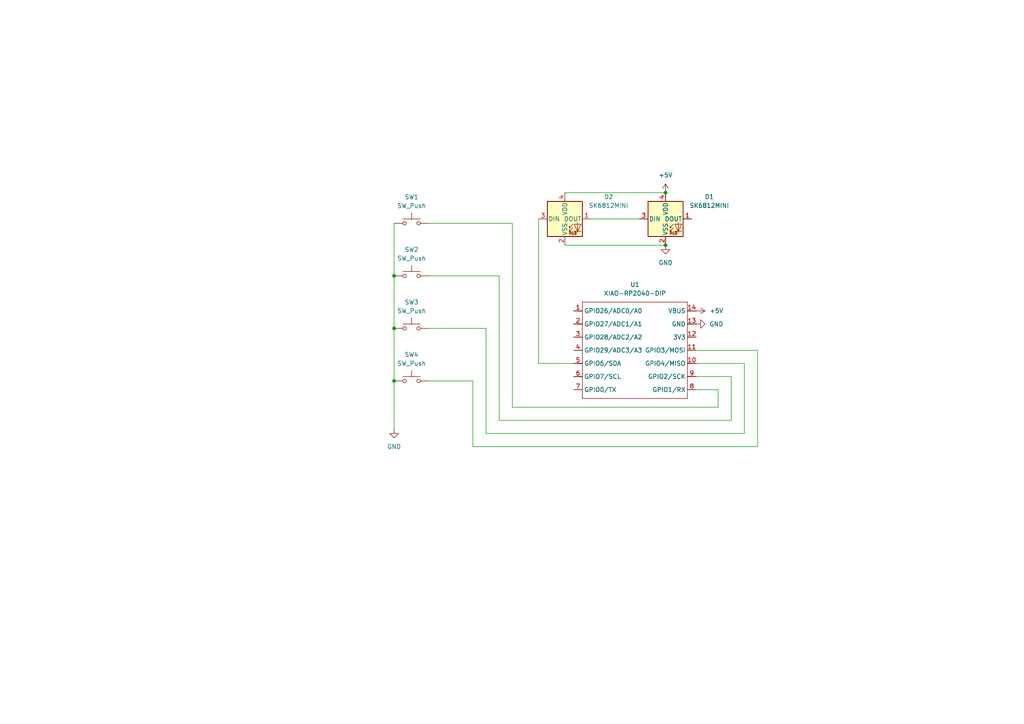
<source format=kicad_sch>
(kicad_sch
	(version 20250114)
	(generator "eeschema")
	(generator_version "9.0")
	(uuid "846a503a-4f83-478a-897a-1ae6e9adc27e")
	(paper "A4")
	(lib_symbols
		(symbol "LED:SK6812MINI"
			(pin_names
				(offset 0.254)
			)
			(exclude_from_sim no)
			(in_bom yes)
			(on_board yes)
			(property "Reference" "D"
				(at 5.08 5.715 0)
				(effects
					(font
						(size 1.27 1.27)
					)
					(justify right bottom)
				)
			)
			(property "Value" "SK6812MINI"
				(at 1.27 -5.715 0)
				(effects
					(font
						(size 1.27 1.27)
					)
					(justify left top)
				)
			)
			(property "Footprint" "LED_SMD:LED_SK6812MINI_PLCC4_3.5x3.5mm_P1.75mm"
				(at 1.27 -7.62 0)
				(effects
					(font
						(size 1.27 1.27)
					)
					(justify left top)
					(hide yes)
				)
			)
			(property "Datasheet" "https://cdn-shop.adafruit.com/product-files/2686/SK6812MINI_REV.01-1-2.pdf"
				(at 2.54 -9.525 0)
				(effects
					(font
						(size 1.27 1.27)
					)
					(justify left top)
					(hide yes)
				)
			)
			(property "Description" "RGB LED with integrated controller"
				(at 0 0 0)
				(effects
					(font
						(size 1.27 1.27)
					)
					(hide yes)
				)
			)
			(property "ki_keywords" "RGB LED NeoPixel Mini addressable"
				(at 0 0 0)
				(effects
					(font
						(size 1.27 1.27)
					)
					(hide yes)
				)
			)
			(property "ki_fp_filters" "LED*SK6812MINI*PLCC*3.5x3.5mm*P1.75mm*"
				(at 0 0 0)
				(effects
					(font
						(size 1.27 1.27)
					)
					(hide yes)
				)
			)
			(symbol "SK6812MINI_0_0"
				(text "RGB"
					(at 2.286 -4.191 0)
					(effects
						(font
							(size 0.762 0.762)
						)
					)
				)
			)
			(symbol "SK6812MINI_0_1"
				(polyline
					(pts
						(xy 1.27 -2.54) (xy 1.778 -2.54)
					)
					(stroke
						(width 0)
						(type default)
					)
					(fill
						(type none)
					)
				)
				(polyline
					(pts
						(xy 1.27 -3.556) (xy 1.778 -3.556)
					)
					(stroke
						(width 0)
						(type default)
					)
					(fill
						(type none)
					)
				)
				(polyline
					(pts
						(xy 2.286 -1.524) (xy 1.27 -2.54) (xy 1.27 -2.032)
					)
					(stroke
						(width 0)
						(type default)
					)
					(fill
						(type none)
					)
				)
				(polyline
					(pts
						(xy 2.286 -2.54) (xy 1.27 -3.556) (xy 1.27 -3.048)
					)
					(stroke
						(width 0)
						(type default)
					)
					(fill
						(type none)
					)
				)
				(polyline
					(pts
						(xy 3.683 -1.016) (xy 3.683 -3.556) (xy 3.683 -4.064)
					)
					(stroke
						(width 0)
						(type default)
					)
					(fill
						(type none)
					)
				)
				(polyline
					(pts
						(xy 4.699 -1.524) (xy 2.667 -1.524) (xy 3.683 -3.556) (xy 4.699 -1.524)
					)
					(stroke
						(width 0)
						(type default)
					)
					(fill
						(type none)
					)
				)
				(polyline
					(pts
						(xy 4.699 -3.556) (xy 2.667 -3.556)
					)
					(stroke
						(width 0)
						(type default)
					)
					(fill
						(type none)
					)
				)
				(rectangle
					(start 5.08 5.08)
					(end -5.08 -5.08)
					(stroke
						(width 0.254)
						(type default)
					)
					(fill
						(type background)
					)
				)
			)
			(symbol "SK6812MINI_1_1"
				(pin input line
					(at -7.62 0 0)
					(length 2.54)
					(name "DIN"
						(effects
							(font
								(size 1.27 1.27)
							)
						)
					)
					(number "3"
						(effects
							(font
								(size 1.27 1.27)
							)
						)
					)
				)
				(pin power_in line
					(at 0 7.62 270)
					(length 2.54)
					(name "VDD"
						(effects
							(font
								(size 1.27 1.27)
							)
						)
					)
					(number "4"
						(effects
							(font
								(size 1.27 1.27)
							)
						)
					)
				)
				(pin power_in line
					(at 0 -7.62 90)
					(length 2.54)
					(name "VSS"
						(effects
							(font
								(size 1.27 1.27)
							)
						)
					)
					(number "2"
						(effects
							(font
								(size 1.27 1.27)
							)
						)
					)
				)
				(pin output line
					(at 7.62 0 180)
					(length 2.54)
					(name "DOUT"
						(effects
							(font
								(size 1.27 1.27)
							)
						)
					)
					(number "1"
						(effects
							(font
								(size 1.27 1.27)
							)
						)
					)
				)
			)
			(embedded_fonts no)
		)
		(symbol "Seeed_Studio_XIAO_Series:XIAO-RP2040-DIP"
			(exclude_from_sim no)
			(in_bom yes)
			(on_board yes)
			(property "Reference" "U"
				(at 0 0 0)
				(effects
					(font
						(size 1.27 1.27)
					)
				)
			)
			(property "Value" "XIAO-RP2040-DIP"
				(at 5.334 -1.778 0)
				(effects
					(font
						(size 1.27 1.27)
					)
				)
			)
			(property "Footprint" "Module:MOUDLE14P-XIAO-DIP-SMD"
				(at 14.478 -32.258 0)
				(effects
					(font
						(size 1.27 1.27)
					)
					(hide yes)
				)
			)
			(property "Datasheet" ""
				(at 0 0 0)
				(effects
					(font
						(size 1.27 1.27)
					)
					(hide yes)
				)
			)
			(property "Description" ""
				(at 0 0 0)
				(effects
					(font
						(size 1.27 1.27)
					)
					(hide yes)
				)
			)
			(symbol "XIAO-RP2040-DIP_1_0"
				(polyline
					(pts
						(xy -1.27 -2.54) (xy 29.21 -2.54)
					)
					(stroke
						(width 0.1524)
						(type solid)
					)
					(fill
						(type none)
					)
				)
				(polyline
					(pts
						(xy -1.27 -5.08) (xy -2.54 -5.08)
					)
					(stroke
						(width 0.1524)
						(type solid)
					)
					(fill
						(type none)
					)
				)
				(polyline
					(pts
						(xy -1.27 -5.08) (xy -1.27 -2.54)
					)
					(stroke
						(width 0.1524)
						(type solid)
					)
					(fill
						(type none)
					)
				)
				(polyline
					(pts
						(xy -1.27 -8.89) (xy -2.54 -8.89)
					)
					(stroke
						(width 0.1524)
						(type solid)
					)
					(fill
						(type none)
					)
				)
				(polyline
					(pts
						(xy -1.27 -8.89) (xy -1.27 -5.08)
					)
					(stroke
						(width 0.1524)
						(type solid)
					)
					(fill
						(type none)
					)
				)
				(polyline
					(pts
						(xy -1.27 -12.7) (xy -2.54 -12.7)
					)
					(stroke
						(width 0.1524)
						(type solid)
					)
					(fill
						(type none)
					)
				)
				(polyline
					(pts
						(xy -1.27 -12.7) (xy -1.27 -8.89)
					)
					(stroke
						(width 0.1524)
						(type solid)
					)
					(fill
						(type none)
					)
				)
				(polyline
					(pts
						(xy -1.27 -16.51) (xy -2.54 -16.51)
					)
					(stroke
						(width 0.1524)
						(type solid)
					)
					(fill
						(type none)
					)
				)
				(polyline
					(pts
						(xy -1.27 -16.51) (xy -1.27 -12.7)
					)
					(stroke
						(width 0.1524)
						(type solid)
					)
					(fill
						(type none)
					)
				)
				(polyline
					(pts
						(xy -1.27 -20.32) (xy -2.54 -20.32)
					)
					(stroke
						(width 0.1524)
						(type solid)
					)
					(fill
						(type none)
					)
				)
				(polyline
					(pts
						(xy -1.27 -24.13) (xy -2.54 -24.13)
					)
					(stroke
						(width 0.1524)
						(type solid)
					)
					(fill
						(type none)
					)
				)
				(polyline
					(pts
						(xy -1.27 -27.94) (xy -2.54 -27.94)
					)
					(stroke
						(width 0.1524)
						(type solid)
					)
					(fill
						(type none)
					)
				)
				(polyline
					(pts
						(xy -1.27 -30.48) (xy -1.27 -16.51)
					)
					(stroke
						(width 0.1524)
						(type solid)
					)
					(fill
						(type none)
					)
				)
				(polyline
					(pts
						(xy 29.21 -2.54) (xy 29.21 -5.08)
					)
					(stroke
						(width 0.1524)
						(type solid)
					)
					(fill
						(type none)
					)
				)
				(polyline
					(pts
						(xy 29.21 -5.08) (xy 29.21 -8.89)
					)
					(stroke
						(width 0.1524)
						(type solid)
					)
					(fill
						(type none)
					)
				)
				(polyline
					(pts
						(xy 29.21 -8.89) (xy 29.21 -12.7)
					)
					(stroke
						(width 0.1524)
						(type solid)
					)
					(fill
						(type none)
					)
				)
				(polyline
					(pts
						(xy 29.21 -12.7) (xy 29.21 -30.48)
					)
					(stroke
						(width 0.1524)
						(type solid)
					)
					(fill
						(type none)
					)
				)
				(polyline
					(pts
						(xy 29.21 -30.48) (xy -1.27 -30.48)
					)
					(stroke
						(width 0.1524)
						(type solid)
					)
					(fill
						(type none)
					)
				)
				(polyline
					(pts
						(xy 30.48 -5.08) (xy 29.21 -5.08)
					)
					(stroke
						(width 0.1524)
						(type solid)
					)
					(fill
						(type none)
					)
				)
				(polyline
					(pts
						(xy 30.48 -8.89) (xy 29.21 -8.89)
					)
					(stroke
						(width 0.1524)
						(type solid)
					)
					(fill
						(type none)
					)
				)
				(polyline
					(pts
						(xy 30.48 -12.7) (xy 29.21 -12.7)
					)
					(stroke
						(width 0.1524)
						(type solid)
					)
					(fill
						(type none)
					)
				)
				(polyline
					(pts
						(xy 30.48 -16.51) (xy 29.21 -16.51)
					)
					(stroke
						(width 0.1524)
						(type solid)
					)
					(fill
						(type none)
					)
				)
				(polyline
					(pts
						(xy 30.48 -20.32) (xy 29.21 -20.32)
					)
					(stroke
						(width 0.1524)
						(type solid)
					)
					(fill
						(type none)
					)
				)
				(polyline
					(pts
						(xy 30.48 -24.13) (xy 29.21 -24.13)
					)
					(stroke
						(width 0.1524)
						(type solid)
					)
					(fill
						(type none)
					)
				)
				(polyline
					(pts
						(xy 30.48 -27.94) (xy 29.21 -27.94)
					)
					(stroke
						(width 0.1524)
						(type solid)
					)
					(fill
						(type none)
					)
				)
				(pin passive line
					(at -3.81 -5.08 0)
					(length 2.54)
					(name "GPIO26/ADC0/A0"
						(effects
							(font
								(size 1.27 1.27)
							)
						)
					)
					(number "1"
						(effects
							(font
								(size 1.27 1.27)
							)
						)
					)
				)
				(pin passive line
					(at -3.81 -8.89 0)
					(length 2.54)
					(name "GPIO27/ADC1/A1"
						(effects
							(font
								(size 1.27 1.27)
							)
						)
					)
					(number "2"
						(effects
							(font
								(size 1.27 1.27)
							)
						)
					)
				)
				(pin passive line
					(at -3.81 -12.7 0)
					(length 2.54)
					(name "GPIO28/ADC2/A2"
						(effects
							(font
								(size 1.27 1.27)
							)
						)
					)
					(number "3"
						(effects
							(font
								(size 1.27 1.27)
							)
						)
					)
				)
				(pin passive line
					(at -3.81 -16.51 0)
					(length 2.54)
					(name "GPIO29/ADC3/A3"
						(effects
							(font
								(size 1.27 1.27)
							)
						)
					)
					(number "4"
						(effects
							(font
								(size 1.27 1.27)
							)
						)
					)
				)
				(pin passive line
					(at -3.81 -20.32 0)
					(length 2.54)
					(name "GPIO6/SDA"
						(effects
							(font
								(size 1.27 1.27)
							)
						)
					)
					(number "5"
						(effects
							(font
								(size 1.27 1.27)
							)
						)
					)
				)
				(pin passive line
					(at -3.81 -24.13 0)
					(length 2.54)
					(name "GPIO7/SCL"
						(effects
							(font
								(size 1.27 1.27)
							)
						)
					)
					(number "6"
						(effects
							(font
								(size 1.27 1.27)
							)
						)
					)
				)
				(pin passive line
					(at -3.81 -27.94 0)
					(length 2.54)
					(name "GPIO0/TX"
						(effects
							(font
								(size 1.27 1.27)
							)
						)
					)
					(number "7"
						(effects
							(font
								(size 1.27 1.27)
							)
						)
					)
				)
				(pin passive line
					(at 31.75 -5.08 180)
					(length 2.54)
					(name "VBUS"
						(effects
							(font
								(size 1.27 1.27)
							)
						)
					)
					(number "14"
						(effects
							(font
								(size 1.27 1.27)
							)
						)
					)
				)
				(pin passive line
					(at 31.75 -8.89 180)
					(length 2.54)
					(name "GND"
						(effects
							(font
								(size 1.27 1.27)
							)
						)
					)
					(number "13"
						(effects
							(font
								(size 1.27 1.27)
							)
						)
					)
				)
				(pin passive line
					(at 31.75 -12.7 180)
					(length 2.54)
					(name "3V3"
						(effects
							(font
								(size 1.27 1.27)
							)
						)
					)
					(number "12"
						(effects
							(font
								(size 1.27 1.27)
							)
						)
					)
				)
				(pin passive line
					(at 31.75 -16.51 180)
					(length 2.54)
					(name "GPIO3/MOSI"
						(effects
							(font
								(size 1.27 1.27)
							)
						)
					)
					(number "11"
						(effects
							(font
								(size 1.27 1.27)
							)
						)
					)
				)
				(pin passive line
					(at 31.75 -20.32 180)
					(length 2.54)
					(name "GPIO4/MISO"
						(effects
							(font
								(size 1.27 1.27)
							)
						)
					)
					(number "10"
						(effects
							(font
								(size 1.27 1.27)
							)
						)
					)
				)
				(pin passive line
					(at 31.75 -24.13 180)
					(length 2.54)
					(name "GPIO2/SCK"
						(effects
							(font
								(size 1.27 1.27)
							)
						)
					)
					(number "9"
						(effects
							(font
								(size 1.27 1.27)
							)
						)
					)
				)
				(pin passive line
					(at 31.75 -27.94 180)
					(length 2.54)
					(name "GPIO1/RX"
						(effects
							(font
								(size 1.27 1.27)
							)
						)
					)
					(number "8"
						(effects
							(font
								(size 1.27 1.27)
							)
						)
					)
				)
			)
			(embedded_fonts no)
		)
		(symbol "Switch:SW_Push"
			(pin_numbers
				(hide yes)
			)
			(pin_names
				(offset 1.016)
				(hide yes)
			)
			(exclude_from_sim no)
			(in_bom yes)
			(on_board yes)
			(property "Reference" "SW"
				(at 1.27 2.54 0)
				(effects
					(font
						(size 1.27 1.27)
					)
					(justify left)
				)
			)
			(property "Value" "SW_Push"
				(at 0 -1.524 0)
				(effects
					(font
						(size 1.27 1.27)
					)
				)
			)
			(property "Footprint" ""
				(at 0 5.08 0)
				(effects
					(font
						(size 1.27 1.27)
					)
					(hide yes)
				)
			)
			(property "Datasheet" "~"
				(at 0 5.08 0)
				(effects
					(font
						(size 1.27 1.27)
					)
					(hide yes)
				)
			)
			(property "Description" "Push button switch, generic, two pins"
				(at 0 0 0)
				(effects
					(font
						(size 1.27 1.27)
					)
					(hide yes)
				)
			)
			(property "ki_keywords" "switch normally-open pushbutton push-button"
				(at 0 0 0)
				(effects
					(font
						(size 1.27 1.27)
					)
					(hide yes)
				)
			)
			(symbol "SW_Push_0_1"
				(circle
					(center -2.032 0)
					(radius 0.508)
					(stroke
						(width 0)
						(type default)
					)
					(fill
						(type none)
					)
				)
				(polyline
					(pts
						(xy 0 1.27) (xy 0 3.048)
					)
					(stroke
						(width 0)
						(type default)
					)
					(fill
						(type none)
					)
				)
				(circle
					(center 2.032 0)
					(radius 0.508)
					(stroke
						(width 0)
						(type default)
					)
					(fill
						(type none)
					)
				)
				(polyline
					(pts
						(xy 2.54 1.27) (xy -2.54 1.27)
					)
					(stroke
						(width 0)
						(type default)
					)
					(fill
						(type none)
					)
				)
				(pin passive line
					(at -5.08 0 0)
					(length 2.54)
					(name "1"
						(effects
							(font
								(size 1.27 1.27)
							)
						)
					)
					(number "1"
						(effects
							(font
								(size 1.27 1.27)
							)
						)
					)
				)
				(pin passive line
					(at 5.08 0 180)
					(length 2.54)
					(name "2"
						(effects
							(font
								(size 1.27 1.27)
							)
						)
					)
					(number "2"
						(effects
							(font
								(size 1.27 1.27)
							)
						)
					)
				)
			)
			(embedded_fonts no)
		)
		(symbol "power:+5V"
			(power)
			(pin_numbers
				(hide yes)
			)
			(pin_names
				(offset 0)
				(hide yes)
			)
			(exclude_from_sim no)
			(in_bom yes)
			(on_board yes)
			(property "Reference" "#PWR"
				(at 0 -3.81 0)
				(effects
					(font
						(size 1.27 1.27)
					)
					(hide yes)
				)
			)
			(property "Value" "+5V"
				(at 0 3.556 0)
				(effects
					(font
						(size 1.27 1.27)
					)
				)
			)
			(property "Footprint" ""
				(at 0 0 0)
				(effects
					(font
						(size 1.27 1.27)
					)
					(hide yes)
				)
			)
			(property "Datasheet" ""
				(at 0 0 0)
				(effects
					(font
						(size 1.27 1.27)
					)
					(hide yes)
				)
			)
			(property "Description" "Power symbol creates a global label with name \"+5V\""
				(at 0 0 0)
				(effects
					(font
						(size 1.27 1.27)
					)
					(hide yes)
				)
			)
			(property "ki_keywords" "global power"
				(at 0 0 0)
				(effects
					(font
						(size 1.27 1.27)
					)
					(hide yes)
				)
			)
			(symbol "+5V_0_1"
				(polyline
					(pts
						(xy -0.762 1.27) (xy 0 2.54)
					)
					(stroke
						(width 0)
						(type default)
					)
					(fill
						(type none)
					)
				)
				(polyline
					(pts
						(xy 0 2.54) (xy 0.762 1.27)
					)
					(stroke
						(width 0)
						(type default)
					)
					(fill
						(type none)
					)
				)
				(polyline
					(pts
						(xy 0 0) (xy 0 2.54)
					)
					(stroke
						(width 0)
						(type default)
					)
					(fill
						(type none)
					)
				)
			)
			(symbol "+5V_1_1"
				(pin power_in line
					(at 0 0 90)
					(length 0)
					(name "~"
						(effects
							(font
								(size 1.27 1.27)
							)
						)
					)
					(number "1"
						(effects
							(font
								(size 1.27 1.27)
							)
						)
					)
				)
			)
			(embedded_fonts no)
		)
		(symbol "power:GND"
			(power)
			(pin_numbers
				(hide yes)
			)
			(pin_names
				(offset 0)
				(hide yes)
			)
			(exclude_from_sim no)
			(in_bom yes)
			(on_board yes)
			(property "Reference" "#PWR"
				(at 0 -6.35 0)
				(effects
					(font
						(size 1.27 1.27)
					)
					(hide yes)
				)
			)
			(property "Value" "GND"
				(at 0 -3.81 0)
				(effects
					(font
						(size 1.27 1.27)
					)
				)
			)
			(property "Footprint" ""
				(at 0 0 0)
				(effects
					(font
						(size 1.27 1.27)
					)
					(hide yes)
				)
			)
			(property "Datasheet" ""
				(at 0 0 0)
				(effects
					(font
						(size 1.27 1.27)
					)
					(hide yes)
				)
			)
			(property "Description" "Power symbol creates a global label with name \"GND\" , ground"
				(at 0 0 0)
				(effects
					(font
						(size 1.27 1.27)
					)
					(hide yes)
				)
			)
			(property "ki_keywords" "global power"
				(at 0 0 0)
				(effects
					(font
						(size 1.27 1.27)
					)
					(hide yes)
				)
			)
			(symbol "GND_0_1"
				(polyline
					(pts
						(xy 0 0) (xy 0 -1.27) (xy 1.27 -1.27) (xy 0 -2.54) (xy -1.27 -1.27) (xy 0 -1.27)
					)
					(stroke
						(width 0)
						(type default)
					)
					(fill
						(type none)
					)
				)
			)
			(symbol "GND_1_1"
				(pin power_in line
					(at 0 0 270)
					(length 0)
					(name "~"
						(effects
							(font
								(size 1.27 1.27)
							)
						)
					)
					(number "1"
						(effects
							(font
								(size 1.27 1.27)
							)
						)
					)
				)
			)
			(embedded_fonts no)
		)
	)
	(junction
		(at 114.3 110.49)
		(diameter 0)
		(color 0 0 0 0)
		(uuid "0dc815d6-d4ee-4f30-9172-0dd8960d210e")
	)
	(junction
		(at 114.3 80.01)
		(diameter 0)
		(color 0 0 0 0)
		(uuid "17579583-187e-4ca8-89bf-0f63c43ebe73")
	)
	(junction
		(at 114.3 95.25)
		(diameter 0)
		(color 0 0 0 0)
		(uuid "4798765e-be4a-4ea3-9edf-226908a3a4c7")
	)
	(junction
		(at 193.04 55.88)
		(diameter 0)
		(color 0 0 0 0)
		(uuid "78b8b5b1-54a6-4298-8587-26a8fe382cd8")
	)
	(junction
		(at 193.04 71.12)
		(diameter 0)
		(color 0 0 0 0)
		(uuid "f273bc20-29ca-4964-9e3a-e34f32b8e22c")
	)
	(wire
		(pts
			(xy 148.59 64.77) (xy 148.59 118.11)
		)
		(stroke
			(width 0)
			(type default)
		)
		(uuid "0d6b0990-6fe5-499a-95e7-815fbd1f7085")
	)
	(wire
		(pts
			(xy 114.3 95.25) (xy 114.3 110.49)
		)
		(stroke
			(width 0)
			(type default)
		)
		(uuid "0dcb373e-28b9-427b-9ac2-65a9f45f406b")
	)
	(wire
		(pts
			(xy 140.97 95.25) (xy 140.97 125.73)
		)
		(stroke
			(width 0)
			(type default)
		)
		(uuid "195f05ef-7a83-4400-a50b-e4f403b1921c")
	)
	(wire
		(pts
			(xy 114.3 110.49) (xy 114.3 124.46)
		)
		(stroke
			(width 0)
			(type default)
		)
		(uuid "2f778dba-0ac5-4c8b-a0f8-219a1e7aa966")
	)
	(wire
		(pts
			(xy 156.21 63.5) (xy 156.21 105.41)
		)
		(stroke
			(width 0)
			(type default)
		)
		(uuid "328b10c2-acfb-4fe2-a170-be2b083bbc67")
	)
	(wire
		(pts
			(xy 140.97 125.73) (xy 215.9 125.73)
		)
		(stroke
			(width 0)
			(type default)
		)
		(uuid "34140391-1db3-443b-b956-3ee0d0f30c53")
	)
	(wire
		(pts
			(xy 219.71 129.54) (xy 219.71 101.6)
		)
		(stroke
			(width 0)
			(type default)
		)
		(uuid "34b55b36-40f0-4a43-99dc-de75d5ed96a9")
	)
	(wire
		(pts
			(xy 208.28 113.03) (xy 201.93 113.03)
		)
		(stroke
			(width 0)
			(type default)
		)
		(uuid "43732953-886c-4e1f-83bc-7612e9c1a137")
	)
	(wire
		(pts
			(xy 114.3 64.77) (xy 114.3 80.01)
		)
		(stroke
			(width 0)
			(type default)
		)
		(uuid "591d8698-b394-4944-8030-494eb8c47584")
	)
	(wire
		(pts
			(xy 137.16 110.49) (xy 137.16 129.54)
		)
		(stroke
			(width 0)
			(type default)
		)
		(uuid "5c062360-d5b7-41be-aa96-f9c417072d30")
	)
	(wire
		(pts
			(xy 124.46 110.49) (xy 137.16 110.49)
		)
		(stroke
			(width 0)
			(type default)
		)
		(uuid "63c109e7-fe08-4c40-8b0f-ba4f213ab0fd")
	)
	(wire
		(pts
			(xy 215.9 125.73) (xy 215.9 105.41)
		)
		(stroke
			(width 0)
			(type default)
		)
		(uuid "6e7971af-6b0a-4368-aac4-4b95dffb3784")
	)
	(wire
		(pts
			(xy 137.16 129.54) (xy 219.71 129.54)
		)
		(stroke
			(width 0)
			(type default)
		)
		(uuid "6edac6c9-be31-486a-b3a1-f26484187768")
	)
	(wire
		(pts
			(xy 171.45 63.5) (xy 185.42 63.5)
		)
		(stroke
			(width 0)
			(type default)
		)
		(uuid "7436bf31-820b-4aa9-bb19-6df5f2506a1e")
	)
	(wire
		(pts
			(xy 163.83 71.12) (xy 193.04 71.12)
		)
		(stroke
			(width 0)
			(type default)
		)
		(uuid "817050b5-ea73-46b6-ad8a-4d2117d01943")
	)
	(wire
		(pts
			(xy 215.9 105.41) (xy 201.93 105.41)
		)
		(stroke
			(width 0)
			(type default)
		)
		(uuid "83e70907-00ee-4559-81c8-c14243703318")
	)
	(wire
		(pts
			(xy 148.59 118.11) (xy 208.28 118.11)
		)
		(stroke
			(width 0)
			(type default)
		)
		(uuid "9fdc822a-ab1e-4221-98cb-5a5e268fbe8f")
	)
	(wire
		(pts
			(xy 124.46 80.01) (xy 144.78 80.01)
		)
		(stroke
			(width 0)
			(type default)
		)
		(uuid "a0281a66-276f-4b80-b864-ab5940019ec5")
	)
	(wire
		(pts
			(xy 219.71 101.6) (xy 201.93 101.6)
		)
		(stroke
			(width 0)
			(type default)
		)
		(uuid "b3d14e72-d87e-426c-b8ad-ff3777400f4c")
	)
	(wire
		(pts
			(xy 144.78 121.92) (xy 212.09 121.92)
		)
		(stroke
			(width 0)
			(type default)
		)
		(uuid "bc8a71f2-f638-46e5-b85a-99da246e8111")
	)
	(wire
		(pts
			(xy 208.28 118.11) (xy 208.28 113.03)
		)
		(stroke
			(width 0)
			(type default)
		)
		(uuid "c89a6f92-65fc-4aed-8b25-4c857dc6b152")
	)
	(wire
		(pts
			(xy 212.09 121.92) (xy 212.09 109.22)
		)
		(stroke
			(width 0)
			(type default)
		)
		(uuid "cd187d6c-edfc-4999-9f4f-61aab7e2cfb7")
	)
	(wire
		(pts
			(xy 124.46 64.77) (xy 148.59 64.77)
		)
		(stroke
			(width 0)
			(type default)
		)
		(uuid "cfe2033d-f069-491c-a873-8565f9da3ab3")
	)
	(wire
		(pts
			(xy 212.09 109.22) (xy 201.93 109.22)
		)
		(stroke
			(width 0)
			(type default)
		)
		(uuid "ef69bbbb-81e8-44d4-905a-de2fa92a6af0")
	)
	(wire
		(pts
			(xy 124.46 95.25) (xy 140.97 95.25)
		)
		(stroke
			(width 0)
			(type default)
		)
		(uuid "f227d62e-ce00-40f6-a999-192aaae7eef8")
	)
	(wire
		(pts
			(xy 163.83 55.88) (xy 193.04 55.88)
		)
		(stroke
			(width 0)
			(type default)
		)
		(uuid "f4270bca-a821-4c1e-ac33-2fe670e6ba0f")
	)
	(wire
		(pts
			(xy 114.3 80.01) (xy 114.3 95.25)
		)
		(stroke
			(width 0)
			(type default)
		)
		(uuid "f5ad8922-a1f8-42cb-a38a-8768aba1cc36")
	)
	(wire
		(pts
			(xy 156.21 105.41) (xy 166.37 105.41)
		)
		(stroke
			(width 0)
			(type default)
		)
		(uuid "f64ad1d2-ee82-432d-acc9-963f1e0b26ca")
	)
	(wire
		(pts
			(xy 144.78 80.01) (xy 144.78 121.92)
		)
		(stroke
			(width 0)
			(type default)
		)
		(uuid "f86c808f-1872-4cfb-96ea-66e2fe3e2d93")
	)
	(symbol
		(lib_id "Switch:SW_Push")
		(at 119.38 80.01 0)
		(unit 1)
		(exclude_from_sim no)
		(in_bom yes)
		(on_board yes)
		(dnp no)
		(fields_autoplaced yes)
		(uuid "172fe56f-1177-427a-928b-b07da1982f7b")
		(property "Reference" "SW2"
			(at 119.38 72.39 0)
			(effects
				(font
					(size 1.27 1.27)
				)
			)
		)
		(property "Value" "SW_Push"
			(at 119.38 74.93 0)
			(effects
				(font
					(size 1.27 1.27)
				)
			)
		)
		(property "Footprint" "Button_Switch_Keyboard:SW_Cherry_MX_1.00u_PCB"
			(at 119.38 74.93 0)
			(effects
				(font
					(size 1.27 1.27)
				)
				(hide yes)
			)
		)
		(property "Datasheet" "~"
			(at 119.38 74.93 0)
			(effects
				(font
					(size 1.27 1.27)
				)
				(hide yes)
			)
		)
		(property "Description" "Push button switch, generic, two pins"
			(at 119.38 80.01 0)
			(effects
				(font
					(size 1.27 1.27)
				)
				(hide yes)
			)
		)
		(pin "2"
			(uuid "64b1fb9e-7423-4432-8ad3-d52869b4dd8d")
		)
		(pin "1"
			(uuid "c60b5af4-0b3c-4e16-869b-79cad9c7c636")
		)
		(instances
			(project ""
				(path "/846a503a-4f83-478a-897a-1ae6e9adc27e"
					(reference "SW2")
					(unit 1)
				)
			)
		)
	)
	(symbol
		(lib_id "power:GND")
		(at 193.04 71.12 0)
		(unit 1)
		(exclude_from_sim no)
		(in_bom yes)
		(on_board yes)
		(dnp no)
		(fields_autoplaced yes)
		(uuid "1ba4ad39-bd05-4ab4-ae7d-e94b9a222c6e")
		(property "Reference" "#PWR02"
			(at 193.04 77.47 0)
			(effects
				(font
					(size 1.27 1.27)
				)
				(hide yes)
			)
		)
		(property "Value" "GND"
			(at 193.04 76.2 0)
			(effects
				(font
					(size 1.27 1.27)
				)
			)
		)
		(property "Footprint" ""
			(at 193.04 71.12 0)
			(effects
				(font
					(size 1.27 1.27)
				)
				(hide yes)
			)
		)
		(property "Datasheet" ""
			(at 193.04 71.12 0)
			(effects
				(font
					(size 1.27 1.27)
				)
				(hide yes)
			)
		)
		(property "Description" "Power symbol creates a global label with name \"GND\" , ground"
			(at 193.04 71.12 0)
			(effects
				(font
					(size 1.27 1.27)
				)
				(hide yes)
			)
		)
		(pin "1"
			(uuid "c88affb3-df6f-45b6-993d-21e84a4b2e56")
		)
		(instances
			(project ""
				(path "/846a503a-4f83-478a-897a-1ae6e9adc27e"
					(reference "#PWR02")
					(unit 1)
				)
			)
		)
	)
	(symbol
		(lib_id "Switch:SW_Push")
		(at 119.38 110.49 0)
		(unit 1)
		(exclude_from_sim no)
		(in_bom yes)
		(on_board yes)
		(dnp no)
		(fields_autoplaced yes)
		(uuid "2874e21c-1117-4678-96da-612a76b0a156")
		(property "Reference" "SW4"
			(at 119.38 102.87 0)
			(effects
				(font
					(size 1.27 1.27)
				)
			)
		)
		(property "Value" "SW_Push"
			(at 119.38 105.41 0)
			(effects
				(font
					(size 1.27 1.27)
				)
			)
		)
		(property "Footprint" "Button_Switch_Keyboard:SW_Cherry_MX_1.00u_PCB"
			(at 119.38 105.41 0)
			(effects
				(font
					(size 1.27 1.27)
				)
				(hide yes)
			)
		)
		(property "Datasheet" "~"
			(at 119.38 105.41 0)
			(effects
				(font
					(size 1.27 1.27)
				)
				(hide yes)
			)
		)
		(property "Description" "Push button switch, generic, two pins"
			(at 119.38 110.49 0)
			(effects
				(font
					(size 1.27 1.27)
				)
				(hide yes)
			)
		)
		(pin "1"
			(uuid "66828f74-5f10-4fa8-8351-fbd4cbd0ea4a")
		)
		(pin "2"
			(uuid "314fba7c-0f50-4ebd-94d8-d40960acbad8")
		)
		(instances
			(project ""
				(path "/846a503a-4f83-478a-897a-1ae6e9adc27e"
					(reference "SW4")
					(unit 1)
				)
			)
		)
	)
	(symbol
		(lib_id "Switch:SW_Push")
		(at 119.38 64.77 0)
		(unit 1)
		(exclude_from_sim no)
		(in_bom yes)
		(on_board yes)
		(dnp no)
		(fields_autoplaced yes)
		(uuid "3cd2b925-bb61-4648-89f8-db3723f36c5f")
		(property "Reference" "SW1"
			(at 119.38 57.15 0)
			(effects
				(font
					(size 1.27 1.27)
				)
			)
		)
		(property "Value" "SW_Push"
			(at 119.38 59.69 0)
			(effects
				(font
					(size 1.27 1.27)
				)
			)
		)
		(property "Footprint" "Button_Switch_Keyboard:SW_Cherry_MX_1.00u_PCB"
			(at 119.38 59.69 0)
			(effects
				(font
					(size 1.27 1.27)
				)
				(hide yes)
			)
		)
		(property "Datasheet" "~"
			(at 119.38 59.69 0)
			(effects
				(font
					(size 1.27 1.27)
				)
				(hide yes)
			)
		)
		(property "Description" "Push button switch, generic, two pins"
			(at 119.38 64.77 0)
			(effects
				(font
					(size 1.27 1.27)
				)
				(hide yes)
			)
		)
		(pin "2"
			(uuid "210b54ad-b52e-491b-b706-54ecdd110795")
		)
		(pin "1"
			(uuid "0f98fd8d-2a2c-41f1-b951-c1f2f9715694")
		)
		(instances
			(project ""
				(path "/846a503a-4f83-478a-897a-1ae6e9adc27e"
					(reference "SW1")
					(unit 1)
				)
			)
		)
	)
	(symbol
		(lib_id "power:GND")
		(at 201.93 93.98 90)
		(unit 1)
		(exclude_from_sim no)
		(in_bom yes)
		(on_board yes)
		(dnp no)
		(fields_autoplaced yes)
		(uuid "429c566f-3a36-4233-ab4d-4e56f2983497")
		(property "Reference" "#PWR01"
			(at 208.28 93.98 0)
			(effects
				(font
					(size 1.27 1.27)
				)
				(hide yes)
			)
		)
		(property "Value" "GND"
			(at 205.74 93.9799 90)
			(effects
				(font
					(size 1.27 1.27)
				)
				(justify right)
			)
		)
		(property "Footprint" ""
			(at 201.93 93.98 0)
			(effects
				(font
					(size 1.27 1.27)
				)
				(hide yes)
			)
		)
		(property "Datasheet" ""
			(at 201.93 93.98 0)
			(effects
				(font
					(size 1.27 1.27)
				)
				(hide yes)
			)
		)
		(property "Description" "Power symbol creates a global label with name \"GND\" , ground"
			(at 201.93 93.98 0)
			(effects
				(font
					(size 1.27 1.27)
				)
				(hide yes)
			)
		)
		(pin "1"
			(uuid "0891dff5-ca34-444c-b884-ff5fab99b628")
		)
		(instances
			(project ""
				(path "/846a503a-4f83-478a-897a-1ae6e9adc27e"
					(reference "#PWR01")
					(unit 1)
				)
			)
		)
	)
	(symbol
		(lib_id "Seeed_Studio_XIAO_Series:XIAO-RP2040-DIP")
		(at 170.18 85.09 0)
		(unit 1)
		(exclude_from_sim no)
		(in_bom yes)
		(on_board yes)
		(dnp no)
		(fields_autoplaced yes)
		(uuid "61cc4e49-e0c1-4a00-b2ac-38d91b336329")
		(property "Reference" "U1"
			(at 184.15 82.55 0)
			(effects
				(font
					(size 1.27 1.27)
				)
			)
		)
		(property "Value" "XIAO-RP2040-DIP"
			(at 184.15 85.09 0)
			(effects
				(font
					(size 1.27 1.27)
				)
			)
		)
		(property "Footprint" "Seeed Studio XIAO Series Library:XIAO-RP2040-DIP"
			(at 184.658 117.348 0)
			(effects
				(font
					(size 1.27 1.27)
				)
				(hide yes)
			)
		)
		(property "Datasheet" ""
			(at 170.18 85.09 0)
			(effects
				(font
					(size 1.27 1.27)
				)
				(hide yes)
			)
		)
		(property "Description" ""
			(at 170.18 85.09 0)
			(effects
				(font
					(size 1.27 1.27)
				)
				(hide yes)
			)
		)
		(pin "14"
			(uuid "5592c281-7760-43a1-b235-3b372b11b555")
		)
		(pin "2"
			(uuid "6509a53a-69fe-4fc5-a0f8-bd95dc1c98f0")
		)
		(pin "6"
			(uuid "663406ab-ada6-4f6b-805f-69f2f86bd5bb")
		)
		(pin "5"
			(uuid "1c24f3d4-b018-4720-a1c1-70cbeb84448e")
		)
		(pin "1"
			(uuid "4224bb99-645f-4bfa-b307-3a2c8cf57583")
		)
		(pin "3"
			(uuid "af558e5c-21a9-40b0-a403-a48b1fa409a9")
		)
		(pin "11"
			(uuid "ec2b730e-e446-473f-8ee3-509189624dae")
		)
		(pin "4"
			(uuid "6b23311c-b4ab-4419-ae2d-107b36cb7e7e")
		)
		(pin "9"
			(uuid "f148024b-09f5-4e11-bc2f-71335a0e4daf")
		)
		(pin "10"
			(uuid "69ea5426-4877-4a90-8592-e304ec2278d2")
		)
		(pin "7"
			(uuid "669b5f56-f1b7-45a1-b149-71251f871913")
		)
		(pin "13"
			(uuid "b9821a93-a760-48fc-b0ba-d40674713185")
		)
		(pin "12"
			(uuid "f17aad55-cc6c-43f6-914a-40e0e1830b4e")
		)
		(pin "8"
			(uuid "6fbaf683-da23-4fb2-8319-085038803049")
		)
		(instances
			(project ""
				(path "/846a503a-4f83-478a-897a-1ae6e9adc27e"
					(reference "U1")
					(unit 1)
				)
			)
		)
	)
	(symbol
		(lib_id "LED:SK6812MINI")
		(at 163.83 63.5 0)
		(unit 1)
		(exclude_from_sim no)
		(in_bom yes)
		(on_board yes)
		(dnp no)
		(fields_autoplaced yes)
		(uuid "6c495227-54a0-4155-b1b1-091051aed140")
		(property "Reference" "D2"
			(at 176.53 57.0798 0)
			(effects
				(font
					(size 1.27 1.27)
				)
			)
		)
		(property "Value" "SK6812MINI"
			(at 176.53 59.6198 0)
			(effects
				(font
					(size 1.27 1.27)
				)
			)
		)
		(property "Footprint" "LED_SMD:LED_SK6812MINI_PLCC4_3.5x3.5mm_P1.75mm"
			(at 165.1 71.12 0)
			(effects
				(font
					(size 1.27 1.27)
				)
				(justify left top)
				(hide yes)
			)
		)
		(property "Datasheet" "https://cdn-shop.adafruit.com/product-files/2686/SK6812MINI_REV.01-1-2.pdf"
			(at 166.37 73.025 0)
			(effects
				(font
					(size 1.27 1.27)
				)
				(justify left top)
				(hide yes)
			)
		)
		(property "Description" "RGB LED with integrated controller"
			(at 163.83 63.5 0)
			(effects
				(font
					(size 1.27 1.27)
				)
				(hide yes)
			)
		)
		(pin "2"
			(uuid "66d7d07e-5a67-48bf-a777-b2100e809e9e")
		)
		(pin "4"
			(uuid "7f724eff-9336-440a-8213-63be1cc26029")
		)
		(pin "1"
			(uuid "23873b7c-4344-44a4-b8c9-757b8012bf63")
		)
		(pin "3"
			(uuid "a0e99325-2b1e-437e-b1fa-a35fd268f78f")
		)
		(instances
			(project ""
				(path "/846a503a-4f83-478a-897a-1ae6e9adc27e"
					(reference "D2")
					(unit 1)
				)
			)
		)
	)
	(symbol
		(lib_id "power:GND")
		(at 114.3 124.46 0)
		(unit 1)
		(exclude_from_sim no)
		(in_bom yes)
		(on_board yes)
		(dnp no)
		(fields_autoplaced yes)
		(uuid "7dbccc4d-6cf4-4e30-a321-a969a97f4ec9")
		(property "Reference" "#PWR03"
			(at 114.3 130.81 0)
			(effects
				(font
					(size 1.27 1.27)
				)
				(hide yes)
			)
		)
		(property "Value" "GND"
			(at 114.3 129.54 0)
			(effects
				(font
					(size 1.27 1.27)
				)
			)
		)
		(property "Footprint" ""
			(at 114.3 124.46 0)
			(effects
				(font
					(size 1.27 1.27)
				)
				(hide yes)
			)
		)
		(property "Datasheet" ""
			(at 114.3 124.46 0)
			(effects
				(font
					(size 1.27 1.27)
				)
				(hide yes)
			)
		)
		(property "Description" "Power symbol creates a global label with name \"GND\" , ground"
			(at 114.3 124.46 0)
			(effects
				(font
					(size 1.27 1.27)
				)
				(hide yes)
			)
		)
		(pin "1"
			(uuid "2a8f8df7-32bc-451f-a27e-6a728dcbd46a")
		)
		(instances
			(project ""
				(path "/846a503a-4f83-478a-897a-1ae6e9adc27e"
					(reference "#PWR03")
					(unit 1)
				)
			)
		)
	)
	(symbol
		(lib_id "power:+5V")
		(at 193.04 55.88 0)
		(unit 1)
		(exclude_from_sim no)
		(in_bom yes)
		(on_board yes)
		(dnp no)
		(fields_autoplaced yes)
		(uuid "878b01ad-0da3-44e4-bd26-4b2fbb289db5")
		(property "Reference" "#PWR05"
			(at 193.04 59.69 0)
			(effects
				(font
					(size 1.27 1.27)
				)
				(hide yes)
			)
		)
		(property "Value" "+5V"
			(at 193.04 50.8 0)
			(effects
				(font
					(size 1.27 1.27)
				)
			)
		)
		(property "Footprint" ""
			(at 193.04 55.88 0)
			(effects
				(font
					(size 1.27 1.27)
				)
				(hide yes)
			)
		)
		(property "Datasheet" ""
			(at 193.04 55.88 0)
			(effects
				(font
					(size 1.27 1.27)
				)
				(hide yes)
			)
		)
		(property "Description" "Power symbol creates a global label with name \"+5V\""
			(at 193.04 55.88 0)
			(effects
				(font
					(size 1.27 1.27)
				)
				(hide yes)
			)
		)
		(pin "1"
			(uuid "8b205fd7-a3dd-4665-8d38-08258ad2f3f7")
		)
		(instances
			(project ""
				(path "/846a503a-4f83-478a-897a-1ae6e9adc27e"
					(reference "#PWR05")
					(unit 1)
				)
			)
		)
	)
	(symbol
		(lib_id "LED:SK6812MINI")
		(at 193.04 63.5 0)
		(unit 1)
		(exclude_from_sim no)
		(in_bom yes)
		(on_board yes)
		(dnp no)
		(fields_autoplaced yes)
		(uuid "8e709441-1ba4-4c26-8990-a8110b2b91c4")
		(property "Reference" "D1"
			(at 205.74 57.0798 0)
			(effects
				(font
					(size 1.27 1.27)
				)
			)
		)
		(property "Value" "SK6812MINI"
			(at 205.74 59.6198 0)
			(effects
				(font
					(size 1.27 1.27)
				)
			)
		)
		(property "Footprint" "LED_SMD:LED_SK6812MINI_PLCC4_3.5x3.5mm_P1.75mm"
			(at 194.31 71.12 0)
			(effects
				(font
					(size 1.27 1.27)
				)
				(justify left top)
				(hide yes)
			)
		)
		(property "Datasheet" "https://cdn-shop.adafruit.com/product-files/2686/SK6812MINI_REV.01-1-2.pdf"
			(at 195.58 73.025 0)
			(effects
				(font
					(size 1.27 1.27)
				)
				(justify left top)
				(hide yes)
			)
		)
		(property "Description" "RGB LED with integrated controller"
			(at 193.04 63.5 0)
			(effects
				(font
					(size 1.27 1.27)
				)
				(hide yes)
			)
		)
		(pin "2"
			(uuid "039fc8b9-0496-49a5-ad21-a19c3af18ac2")
		)
		(pin "3"
			(uuid "046a67f2-af13-4ea0-8314-87c19469d478")
		)
		(pin "1"
			(uuid "83f8c133-d4e3-4110-997e-80611a77b5a8")
		)
		(pin "4"
			(uuid "684dce31-08bf-4ece-b4df-9b84b160fe31")
		)
		(instances
			(project ""
				(path "/846a503a-4f83-478a-897a-1ae6e9adc27e"
					(reference "D1")
					(unit 1)
				)
			)
		)
	)
	(symbol
		(lib_id "power:+5V")
		(at 201.93 90.17 270)
		(unit 1)
		(exclude_from_sim no)
		(in_bom yes)
		(on_board yes)
		(dnp no)
		(fields_autoplaced yes)
		(uuid "bb2740be-f4fe-4ab0-b515-9f076bd3c6d2")
		(property "Reference" "#PWR04"
			(at 198.12 90.17 0)
			(effects
				(font
					(size 1.27 1.27)
				)
				(hide yes)
			)
		)
		(property "Value" "+5V"
			(at 205.74 90.1699 90)
			(effects
				(font
					(size 1.27 1.27)
				)
				(justify left)
			)
		)
		(property "Footprint" ""
			(at 201.93 90.17 0)
			(effects
				(font
					(size 1.27 1.27)
				)
				(hide yes)
			)
		)
		(property "Datasheet" ""
			(at 201.93 90.17 0)
			(effects
				(font
					(size 1.27 1.27)
				)
				(hide yes)
			)
		)
		(property "Description" "Power symbol creates a global label with name \"+5V\""
			(at 201.93 90.17 0)
			(effects
				(font
					(size 1.27 1.27)
				)
				(hide yes)
			)
		)
		(pin "1"
			(uuid "f991d34a-a943-4e0b-91dc-8c136a6dd0f9")
		)
		(instances
			(project ""
				(path "/846a503a-4f83-478a-897a-1ae6e9adc27e"
					(reference "#PWR04")
					(unit 1)
				)
			)
		)
	)
	(symbol
		(lib_id "Switch:SW_Push")
		(at 119.38 95.25 0)
		(unit 1)
		(exclude_from_sim no)
		(in_bom yes)
		(on_board yes)
		(dnp no)
		(fields_autoplaced yes)
		(uuid "f3be395e-f6ca-46fb-85d8-ecd38a4b9f66")
		(property "Reference" "SW3"
			(at 119.38 87.63 0)
			(effects
				(font
					(size 1.27 1.27)
				)
			)
		)
		(property "Value" "SW_Push"
			(at 119.38 90.17 0)
			(effects
				(font
					(size 1.27 1.27)
				)
			)
		)
		(property "Footprint" "Button_Switch_Keyboard:SW_Cherry_MX_1.00u_PCB"
			(at 119.38 90.17 0)
			(effects
				(font
					(size 1.27 1.27)
				)
				(hide yes)
			)
		)
		(property "Datasheet" "~"
			(at 119.38 90.17 0)
			(effects
				(font
					(size 1.27 1.27)
				)
				(hide yes)
			)
		)
		(property "Description" "Push button switch, generic, two pins"
			(at 119.38 95.25 0)
			(effects
				(font
					(size 1.27 1.27)
				)
				(hide yes)
			)
		)
		(pin "1"
			(uuid "17b6d45c-c6c2-4189-ab29-ca06cacc7db6")
		)
		(pin "2"
			(uuid "4a1effd0-bfbd-4bd8-95d8-083f4cc20cf6")
		)
		(instances
			(project ""
				(path "/846a503a-4f83-478a-897a-1ae6e9adc27e"
					(reference "SW3")
					(unit 1)
				)
			)
		)
	)
	(sheet_instances
		(path "/"
			(page "1")
		)
	)
	(embedded_fonts no)
)

</source>
